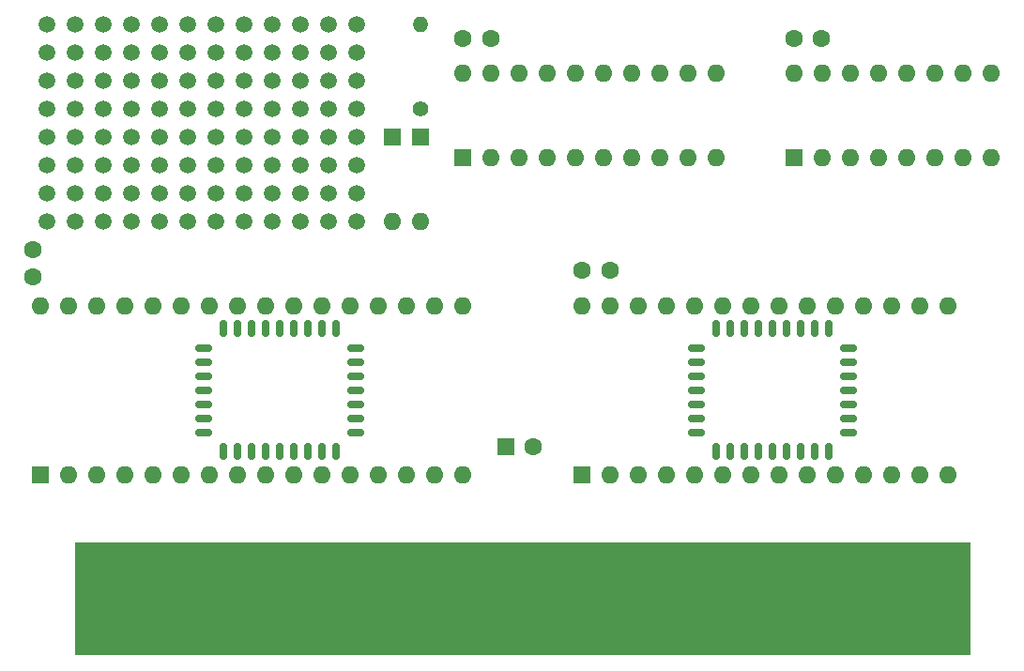
<source format=gbr>
%TF.GenerationSoftware,KiCad,Pcbnew,9.0.0*%
%TF.CreationDate,2025-05-09T14:52:43+01:00*%
%TF.ProjectId,v0b,7630622e-6b69-4636-9164-5f7063625858,rev?*%
%TF.SameCoordinates,Original*%
%TF.FileFunction,Soldermask,Top*%
%TF.FilePolarity,Negative*%
%FSLAX46Y46*%
G04 Gerber Fmt 4.6, Leading zero omitted, Abs format (unit mm)*
G04 Created by KiCad (PCBNEW 9.0.0) date 2025-05-09 14:52:43*
%MOMM*%
%LPD*%
G01*
G04 APERTURE LIST*
G04 Aperture macros list*
%AMRoundRect*
0 Rectangle with rounded corners*
0 $1 Rounding radius*
0 $2 $3 $4 $5 $6 $7 $8 $9 X,Y pos of 4 corners*
0 Add a 4 corners polygon primitive as box body*
4,1,4,$2,$3,$4,$5,$6,$7,$8,$9,$2,$3,0*
0 Add four circle primitives for the rounded corners*
1,1,$1+$1,$2,$3*
1,1,$1+$1,$4,$5*
1,1,$1+$1,$6,$7*
1,1,$1+$1,$8,$9*
0 Add four rect primitives between the rounded corners*
20,1,$1+$1,$2,$3,$4,$5,0*
20,1,$1+$1,$4,$5,$6,$7,0*
20,1,$1+$1,$6,$7,$8,$9,0*
20,1,$1+$1,$8,$9,$2,$3,0*%
G04 Aperture macros list end*
%ADD10C,0.100000*%
%ADD11C,1.500000*%
%ADD12R,1.600000X1.600000*%
%ADD13O,1.600000X1.600000*%
%ADD14C,1.600000*%
%ADD15RoundRect,0.150000X0.587500X-0.150000X0.587500X0.150000X-0.587500X0.150000X-0.587500X-0.150000X0*%
%ADD16RoundRect,0.150000X0.150000X-0.587500X0.150000X0.587500X-0.150000X0.587500X-0.150000X-0.587500X0*%
%ADD17C,1.400000*%
%ADD18O,1.400000X1.400000*%
G04 APERTURE END LIST*
%TO.C,H1*%
D10*
X35559000Y-82370000D02*
X116245000Y-82370000D01*
X116245000Y-92441400D01*
X35559000Y-92441400D01*
X35559000Y-82370000D01*
G36*
X35559000Y-82370000D02*
G01*
X116245000Y-82370000D01*
X116245000Y-92441400D01*
X35559000Y-92441400D01*
X35559000Y-82370000D01*
G37*
%TD*%
D11*
%TO.C,TP96*%
X60960000Y-38100000D03*
%TD*%
%TO.C,TP95*%
X60960000Y-40640000D03*
%TD*%
%TO.C,TP94*%
X60960000Y-43180000D03*
%TD*%
%TO.C,TP93*%
X60960000Y-48260000D03*
%TD*%
%TO.C,TP92*%
X60960000Y-45720000D03*
%TD*%
%TO.C,TP91*%
X60960000Y-50800000D03*
%TD*%
%TO.C,TP90*%
X60960000Y-53340000D03*
%TD*%
%TO.C,TP89*%
X60960000Y-35560000D03*
%TD*%
%TO.C,TP88*%
X58420000Y-48260000D03*
%TD*%
%TO.C,TP87*%
X58420000Y-53340000D03*
%TD*%
%TO.C,TP86*%
X58420000Y-45720000D03*
%TD*%
%TO.C,TP85*%
X58420000Y-50800000D03*
%TD*%
%TO.C,TP84*%
X58420000Y-40640000D03*
%TD*%
%TO.C,TP83*%
X58420000Y-43180000D03*
%TD*%
%TO.C,TP82*%
X58420000Y-38100000D03*
%TD*%
%TO.C,TP81*%
X58420000Y-35560000D03*
%TD*%
%TO.C,TP80*%
X55880000Y-53340000D03*
%TD*%
%TO.C,TP79*%
X55880000Y-50800000D03*
%TD*%
%TO.C,TP78*%
X55880000Y-48260000D03*
%TD*%
%TO.C,TP77*%
X55880000Y-45720000D03*
%TD*%
%TO.C,TP76*%
X55880000Y-43180000D03*
%TD*%
%TO.C,TP75*%
X55880000Y-40640000D03*
%TD*%
%TO.C,TP74*%
X55880000Y-38100000D03*
%TD*%
%TO.C,TP73*%
X55880000Y-35560000D03*
%TD*%
%TO.C,TP72*%
X53340000Y-53340000D03*
%TD*%
%TO.C,TP71*%
X53340000Y-50800000D03*
%TD*%
%TO.C,TP70*%
X53340000Y-48260000D03*
%TD*%
%TO.C,TP69*%
X53340000Y-45720000D03*
%TD*%
%TO.C,TP68*%
X53340000Y-43180000D03*
%TD*%
%TO.C,TP67*%
X53340000Y-40640000D03*
%TD*%
%TO.C,TP66*%
X53340000Y-38100000D03*
%TD*%
%TO.C,TP65*%
X53340000Y-35560000D03*
%TD*%
%TO.C,TP64*%
X50800000Y-53340000D03*
%TD*%
%TO.C,TP63*%
X50800000Y-50800000D03*
%TD*%
%TO.C,TP62*%
X50800000Y-48260000D03*
%TD*%
%TO.C,TP61*%
X50800000Y-45720000D03*
%TD*%
%TO.C,TP60*%
X50800000Y-43180000D03*
%TD*%
%TO.C,TP59*%
X50800000Y-40640000D03*
%TD*%
%TO.C,TP58*%
X50800000Y-38100000D03*
%TD*%
%TO.C,TP57*%
X50800000Y-35560000D03*
%TD*%
%TO.C,TP56*%
X48260000Y-53340000D03*
%TD*%
%TO.C,TP55*%
X48260000Y-50800000D03*
%TD*%
%TO.C,TP54*%
X48260000Y-48260000D03*
%TD*%
%TO.C,TP53*%
X48260000Y-45720000D03*
%TD*%
%TO.C,TP52*%
X48260000Y-43180000D03*
%TD*%
%TO.C,TP51*%
X48260000Y-40640000D03*
%TD*%
%TO.C,TP50*%
X48260000Y-38100000D03*
%TD*%
%TO.C,TP49*%
X48260000Y-35560000D03*
%TD*%
%TO.C,TP48*%
X45720000Y-53340000D03*
%TD*%
%TO.C,TP47*%
X45720000Y-50800000D03*
%TD*%
%TO.C,TP46*%
X45720000Y-48260000D03*
%TD*%
%TO.C,TP45*%
X45720000Y-45720000D03*
%TD*%
%TO.C,TP44*%
X45720000Y-43180000D03*
%TD*%
%TO.C,TP43*%
X45720000Y-40640000D03*
%TD*%
%TO.C,TP42*%
X45720000Y-38100000D03*
%TD*%
%TO.C,TP41*%
X45720000Y-35560000D03*
%TD*%
%TO.C,TP40*%
X43180000Y-53340000D03*
%TD*%
%TO.C,TP39*%
X43180000Y-50800000D03*
%TD*%
%TO.C,TP38*%
X43180000Y-48260000D03*
%TD*%
%TO.C,TP37*%
X43180000Y-45720000D03*
%TD*%
%TO.C,TP36*%
X43180000Y-43180000D03*
%TD*%
%TO.C,TP35*%
X43180000Y-40640000D03*
%TD*%
%TO.C,TP34*%
X43180000Y-38100000D03*
%TD*%
%TO.C,TP33*%
X43180000Y-35560000D03*
%TD*%
%TO.C,TP32*%
X40640000Y-53340000D03*
%TD*%
%TO.C,TP31*%
X40640000Y-50800000D03*
%TD*%
%TO.C,TP30*%
X40640000Y-48260000D03*
%TD*%
%TO.C,TP29*%
X40640000Y-45720000D03*
%TD*%
%TO.C,TP28*%
X40640000Y-43180000D03*
%TD*%
%TO.C,TP27*%
X40640000Y-40640000D03*
%TD*%
%TO.C,TP26*%
X40640000Y-38100000D03*
%TD*%
%TO.C,TP25*%
X40640000Y-35560000D03*
%TD*%
%TO.C,TP24*%
X38100000Y-53340000D03*
%TD*%
%TO.C,TP23*%
X38100000Y-50800000D03*
%TD*%
%TO.C,TP22*%
X38100000Y-48260000D03*
%TD*%
%TO.C,TP21*%
X38100000Y-45720000D03*
%TD*%
%TO.C,TP20*%
X38100000Y-43180000D03*
%TD*%
%TO.C,TP19*%
X38100000Y-40640000D03*
%TD*%
%TO.C,TP18*%
X38100000Y-38100000D03*
%TD*%
%TO.C,TP17*%
X38100000Y-35560000D03*
%TD*%
%TO.C,TP16*%
X35560000Y-53340000D03*
%TD*%
%TO.C,TP15*%
X35560000Y-50800000D03*
%TD*%
%TO.C,TP14*%
X35560000Y-48260000D03*
%TD*%
%TO.C,TP13*%
X35560000Y-45720000D03*
%TD*%
%TO.C,TP12*%
X35560000Y-43180000D03*
%TD*%
%TO.C,TP11*%
X35560000Y-40640000D03*
%TD*%
%TO.C,TP10*%
X35560000Y-38100000D03*
%TD*%
%TO.C,TP9*%
X35560000Y-35560000D03*
%TD*%
%TO.C,TP8*%
X33020000Y-50800000D03*
%TD*%
%TO.C,TP7*%
X33020000Y-45720000D03*
%TD*%
%TO.C,TP6*%
X33020000Y-53340000D03*
%TD*%
%TO.C,TP5*%
X33020000Y-35560000D03*
%TD*%
%TO.C,TP4*%
X33020000Y-48260000D03*
%TD*%
%TO.C,TP3*%
X33020000Y-43180000D03*
%TD*%
%TO.C,TP2*%
X33020000Y-40640000D03*
%TD*%
%TO.C,TP1*%
X33020000Y-38100000D03*
%TD*%
D12*
%TO.C,U1*%
X70500000Y-47625000D03*
D13*
X73040000Y-47625000D03*
X75580000Y-47625000D03*
X78120000Y-47625000D03*
X80660000Y-47625000D03*
X83200000Y-47625000D03*
X85740000Y-47625000D03*
X88280000Y-47625000D03*
X90820000Y-47625000D03*
X93360000Y-47625000D03*
X93360000Y-40005000D03*
X90820000Y-40005000D03*
X88280000Y-40005000D03*
X85740000Y-40005000D03*
X83200000Y-40005000D03*
X80660000Y-40005000D03*
X78120000Y-40005000D03*
X75580000Y-40005000D03*
X73040000Y-40005000D03*
X70500000Y-40005000D03*
%TD*%
D12*
%TO.C,D1*%
X66675000Y-45720000D03*
D13*
X66675000Y-53340000D03*
%TD*%
D14*
%TO.C,C2*%
X31750000Y-55880000D03*
X31750000Y-58380000D03*
%TD*%
D15*
%TO.C,U6*%
X91587500Y-68580000D03*
X91587500Y-69850000D03*
X91587500Y-71120000D03*
X91587500Y-72390000D03*
D16*
X93345000Y-74142500D03*
X94615000Y-74142500D03*
X95885000Y-74142500D03*
X97155000Y-74142500D03*
X98425000Y-74142500D03*
X99695000Y-74142500D03*
X100965000Y-74142500D03*
X102235000Y-74142500D03*
X103505000Y-74142500D03*
D15*
X105262500Y-72390000D03*
X105262500Y-71120000D03*
X105262500Y-69850000D03*
X105262500Y-68580000D03*
X105262500Y-67310000D03*
X105262500Y-66040000D03*
X105262500Y-64770000D03*
D16*
X103505000Y-63017500D03*
X102235000Y-63017500D03*
X100965000Y-63017500D03*
X99695000Y-63017500D03*
X98425000Y-63017500D03*
X97155000Y-63017500D03*
X95885000Y-63017500D03*
X94615000Y-63017500D03*
X93345000Y-63017500D03*
D15*
X91587500Y-64770000D03*
X91587500Y-66040000D03*
X91587500Y-67310000D03*
%TD*%
D14*
%TO.C,C1*%
X73000000Y-36830000D03*
X70500000Y-36830000D03*
%TD*%
D12*
%TO.C,D2*%
X64135000Y-45720000D03*
D13*
X64135000Y-53340000D03*
%TD*%
D14*
%TO.C,C4*%
X102845000Y-36830000D03*
X100345000Y-36830000D03*
%TD*%
%TO.C,C3*%
X83780000Y-57785000D03*
X81280000Y-57785000D03*
%TD*%
D12*
%TO.C,C5*%
X74359888Y-73660000D03*
D14*
X76859888Y-73660000D03*
%TD*%
D17*
%TO.C,R1*%
X66675000Y-43180000D03*
D18*
X66675000Y-35560000D03*
%TD*%
D12*
%TO.C,U2*%
X100345000Y-47615000D03*
D13*
X102885000Y-47615000D03*
X105425000Y-47615000D03*
X107965000Y-47615000D03*
X110505000Y-47615000D03*
X113045000Y-47615000D03*
X115585000Y-47615000D03*
X118125000Y-47615000D03*
X118125000Y-39995000D03*
X115585000Y-39995000D03*
X113045000Y-39995000D03*
X110505000Y-39995000D03*
X107965000Y-39995000D03*
X105425000Y-39995000D03*
X102885000Y-39995000D03*
X100345000Y-39995000D03*
%TD*%
D12*
%TO.C,U4*%
X81280000Y-76200000D03*
D13*
X83820000Y-76200000D03*
X86360000Y-76200000D03*
X88900000Y-76200000D03*
X91440000Y-76200000D03*
X93980000Y-76200000D03*
X96520000Y-76200000D03*
X99060000Y-76200000D03*
X101600000Y-76200000D03*
X104140000Y-76200000D03*
X106680000Y-76200000D03*
X109220000Y-76200000D03*
X111760000Y-76200000D03*
X114300000Y-76200000D03*
X114300000Y-60960000D03*
X111760000Y-60960000D03*
X109220000Y-60960000D03*
X106680000Y-60960000D03*
X104140000Y-60960000D03*
X101600000Y-60960000D03*
X99060000Y-60960000D03*
X96520000Y-60960000D03*
X93980000Y-60960000D03*
X91440000Y-60960000D03*
X88900000Y-60960000D03*
X86360000Y-60960000D03*
X83820000Y-60960000D03*
X81280000Y-60960000D03*
%TD*%
D15*
%TO.C,U3*%
X47137500Y-68580000D03*
X47137500Y-69850000D03*
X47137500Y-71120000D03*
X47137500Y-72390000D03*
D16*
X48895000Y-74142500D03*
X50165000Y-74142500D03*
X51435000Y-74142500D03*
X52705000Y-74142500D03*
X53975000Y-74142500D03*
X55245000Y-74142500D03*
X56515000Y-74142500D03*
X57785000Y-74142500D03*
X59055000Y-74142500D03*
D15*
X60812500Y-72390000D03*
X60812500Y-71120000D03*
X60812500Y-69850000D03*
X60812500Y-68580000D03*
X60812500Y-67310000D03*
X60812500Y-66040000D03*
X60812500Y-64770000D03*
D16*
X59055000Y-63017500D03*
X57785000Y-63017500D03*
X56515000Y-63017500D03*
X55245000Y-63017500D03*
X53975000Y-63017500D03*
X52705000Y-63017500D03*
X51435000Y-63017500D03*
X50165000Y-63017500D03*
X48895000Y-63017500D03*
D15*
X47137500Y-64770000D03*
X47137500Y-66040000D03*
X47137500Y-67310000D03*
%TD*%
D12*
%TO.C,U5*%
X32385000Y-76200000D03*
D13*
X34925000Y-76200000D03*
X37465000Y-76200000D03*
X40005000Y-76200000D03*
X42545000Y-76200000D03*
X45085000Y-76200000D03*
X47625000Y-76200000D03*
X50165000Y-76200000D03*
X52705000Y-76200000D03*
X55245000Y-76200000D03*
X57785000Y-76200000D03*
X60325000Y-76200000D03*
X62865000Y-76200000D03*
X65405000Y-76200000D03*
X67945000Y-76200000D03*
X70485000Y-76200000D03*
X70485000Y-60960000D03*
X67945000Y-60960000D03*
X65405000Y-60960000D03*
X62865000Y-60960000D03*
X60325000Y-60960000D03*
X57785000Y-60960000D03*
X55245000Y-60960000D03*
X52705000Y-60960000D03*
X50165000Y-60960000D03*
X47625000Y-60960000D03*
X45085000Y-60960000D03*
X42545000Y-60960000D03*
X40005000Y-60960000D03*
X37465000Y-60960000D03*
X34925000Y-60960000D03*
X32385000Y-60960000D03*
%TD*%
M02*

</source>
